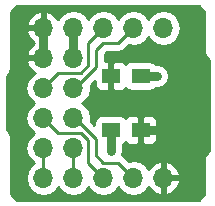
<source format=gbl>
G04 #@! TF.FileFunction,Copper,L2,Bot,Signal*
%FSLAX46Y46*%
G04 Gerber Fmt 4.6, Leading zero omitted, Abs format (unit mm)*
G04 Created by KiCad (PCBNEW 4.0.7) date 2018 April 02, Monday 17:07:15*
%MOMM*%
%LPD*%
G01*
G04 APERTURE LIST*
%ADD10C,0.100000*%
%ADD11O,1.700000X1.700000*%
%ADD12R,1.500000X1.250000*%
%ADD13C,0.600000*%
%ADD14C,0.750000*%
%ADD15C,0.250000*%
%ADD16C,0.400000*%
%ADD17C,0.254000*%
G04 APERTURE END LIST*
D10*
D11*
X143764000Y-91059000D03*
X141224000Y-91059000D03*
X143764000Y-93599000D03*
X141224000Y-93599000D03*
X143764000Y-96139000D03*
X141224000Y-96139000D03*
X143764000Y-98679000D03*
X141224000Y-98679000D03*
X141224000Y-101219000D03*
X143764000Y-101219000D03*
X146304000Y-101219000D03*
X148844000Y-101219000D03*
X151384000Y-101219000D03*
X141224000Y-88519000D03*
X143764000Y-88519000D03*
X146304000Y-88519000D03*
X148844000Y-88519000D03*
X151384000Y-88519000D03*
D12*
X146959000Y-97155000D03*
X149459000Y-97155000D03*
X149459000Y-92583000D03*
X146959000Y-92583000D03*
D13*
X150876000Y-92583000D03*
X148463000Y-90297000D03*
X148971000Y-90805000D03*
X149479000Y-90297000D03*
X149987000Y-90805000D03*
X150495000Y-90297000D03*
X151003000Y-90805000D03*
X151511000Y-90297000D03*
X152019000Y-90805000D03*
X146939000Y-90932000D03*
X148463000Y-99441000D03*
X148971000Y-98933000D03*
X149479000Y-99441000D03*
X149987000Y-98933000D03*
X150495000Y-99441000D03*
X151003000Y-98933000D03*
X151511000Y-99441000D03*
X152019000Y-98933000D03*
X150876000Y-97155000D03*
X146939000Y-98933000D03*
D14*
X150876000Y-92583000D02*
X150094000Y-92583000D01*
D15*
X148463000Y-90297000D02*
X148971000Y-90805000D01*
X149479000Y-90297000D02*
X149987000Y-90805000D01*
X150495000Y-90297000D02*
X151003000Y-90805000D01*
X152019000Y-90805000D02*
X151511000Y-90297000D01*
D16*
X146959000Y-90952000D02*
X146939000Y-90932000D01*
X146959000Y-90952000D02*
X146959000Y-92583000D01*
D14*
X141224000Y-91059000D02*
X141224000Y-88519000D01*
D15*
X148971000Y-98933000D02*
X148463000Y-99441000D01*
X149987000Y-98933000D02*
X149479000Y-99441000D01*
X151003000Y-98933000D02*
X150495000Y-99441000D01*
X152019000Y-98933000D02*
X151511000Y-99441000D01*
D14*
X149459000Y-97155000D02*
X150876000Y-97155000D01*
X143764000Y-91059000D02*
X143764000Y-88519000D01*
X146959000Y-98913000D02*
X146959000Y-97155000D01*
X146939000Y-98933000D02*
X146959000Y-98913000D01*
D15*
X141224000Y-93599000D02*
X142494000Y-92329000D01*
X142494000Y-92329000D02*
X144399000Y-92329000D01*
X144399000Y-92329000D02*
X145034000Y-91694000D01*
X145034000Y-89789000D02*
X146304000Y-88519000D01*
X145034000Y-91694000D02*
X145034000Y-89789000D01*
X147574000Y-89789000D02*
X148844000Y-88519000D01*
X146304000Y-89789000D02*
X147574000Y-89789000D01*
X143764000Y-93599000D02*
X143891000Y-93599000D01*
X143891000Y-93599000D02*
X145669000Y-91821000D01*
X145669000Y-91821000D02*
X145669000Y-91440000D01*
X145669000Y-91440000D02*
X145669000Y-90424000D01*
X145669000Y-90424000D02*
X146304000Y-89789000D01*
X142494000Y-97409000D02*
X141224000Y-96139000D01*
X144399000Y-97409000D02*
X142494000Y-97409000D01*
X145034000Y-98044000D02*
X144399000Y-97409000D01*
X145034000Y-99949000D02*
X145034000Y-98044000D01*
X146304000Y-101219000D02*
X145034000Y-99949000D01*
X147574000Y-99949000D02*
X148844000Y-101219000D01*
X146304000Y-99949000D02*
X147574000Y-99949000D01*
X145669000Y-99314000D02*
X146304000Y-99949000D01*
X145669000Y-97917000D02*
X145669000Y-99314000D01*
X143764000Y-96139000D02*
X143891000Y-96139000D01*
X143891000Y-96139000D02*
X145669000Y-97917000D01*
X141224000Y-101219000D02*
X141224000Y-98679000D01*
X143764000Y-101219000D02*
X143764000Y-98679000D01*
D17*
G36*
X154865000Y-87162092D02*
X154865000Y-90551000D01*
X154919046Y-90822705D01*
X155072954Y-91053046D01*
X155246000Y-91226092D01*
X155246000Y-98892908D01*
X155072954Y-99065954D01*
X154919046Y-99296295D01*
X154865000Y-99568000D01*
X154865000Y-102575908D01*
X154391908Y-103049000D01*
X138978092Y-103049000D01*
X138505000Y-102575908D01*
X138505000Y-97790000D01*
X138450954Y-97518295D01*
X138297046Y-97287954D01*
X138124000Y-97114908D01*
X138124000Y-93599000D01*
X139709907Y-93599000D01*
X139822946Y-94167285D01*
X140144853Y-94649054D01*
X140474026Y-94869000D01*
X140144853Y-95088946D01*
X139822946Y-95570715D01*
X139709907Y-96139000D01*
X139822946Y-96707285D01*
X140144853Y-97189054D01*
X140474026Y-97409000D01*
X140144853Y-97628946D01*
X139822946Y-98110715D01*
X139709907Y-98679000D01*
X139822946Y-99247285D01*
X140144853Y-99729054D01*
X140464000Y-99942301D01*
X140464000Y-99946046D01*
X140173946Y-100139853D01*
X139852039Y-100621622D01*
X139739000Y-101189907D01*
X139739000Y-101248093D01*
X139852039Y-101816378D01*
X140173946Y-102298147D01*
X140655715Y-102620054D01*
X141224000Y-102733093D01*
X141792285Y-102620054D01*
X142274054Y-102298147D01*
X142494000Y-101968974D01*
X142713946Y-102298147D01*
X143195715Y-102620054D01*
X143764000Y-102733093D01*
X144332285Y-102620054D01*
X144814054Y-102298147D01*
X145034000Y-101968974D01*
X145253946Y-102298147D01*
X145735715Y-102620054D01*
X146304000Y-102733093D01*
X146872285Y-102620054D01*
X147354054Y-102298147D01*
X147574000Y-101968974D01*
X147793946Y-102298147D01*
X148275715Y-102620054D01*
X148844000Y-102733093D01*
X149412285Y-102620054D01*
X149894054Y-102298147D01*
X150121702Y-101957447D01*
X150188817Y-102100358D01*
X150617076Y-102490645D01*
X151027110Y-102660476D01*
X151257000Y-102539155D01*
X151257000Y-101346000D01*
X151511000Y-101346000D01*
X151511000Y-102539155D01*
X151740890Y-102660476D01*
X152150924Y-102490645D01*
X152579183Y-102100358D01*
X152825486Y-101575892D01*
X152704819Y-101346000D01*
X151511000Y-101346000D01*
X151257000Y-101346000D01*
X151237000Y-101346000D01*
X151237000Y-101092000D01*
X151257000Y-101092000D01*
X151257000Y-99898845D01*
X151511000Y-99898845D01*
X151511000Y-101092000D01*
X152704819Y-101092000D01*
X152825486Y-100862108D01*
X152579183Y-100337642D01*
X152150924Y-99947355D01*
X151740890Y-99777524D01*
X151511000Y-99898845D01*
X151257000Y-99898845D01*
X151027110Y-99777524D01*
X150617076Y-99947355D01*
X150188817Y-100337642D01*
X150121702Y-100480553D01*
X149894054Y-100139853D01*
X149412285Y-99817946D01*
X148844000Y-99704907D01*
X148477592Y-99777790D01*
X148111401Y-99411599D01*
X147898163Y-99269119D01*
X147969000Y-98913000D01*
X147969000Y-98367279D01*
X148160441Y-98244090D01*
X148206969Y-98175994D01*
X148349302Y-98318327D01*
X148582691Y-98415000D01*
X149173250Y-98415000D01*
X149332000Y-98256250D01*
X149332000Y-97282000D01*
X149586000Y-97282000D01*
X149586000Y-98256250D01*
X149744750Y-98415000D01*
X150335309Y-98415000D01*
X150568698Y-98318327D01*
X150747327Y-98139699D01*
X150844000Y-97906310D01*
X150844000Y-97440750D01*
X150685250Y-97282000D01*
X149586000Y-97282000D01*
X149332000Y-97282000D01*
X149312000Y-97282000D01*
X149312000Y-97028000D01*
X149332000Y-97028000D01*
X149332000Y-96053750D01*
X149586000Y-96053750D01*
X149586000Y-97028000D01*
X150685250Y-97028000D01*
X150844000Y-96869250D01*
X150844000Y-96403690D01*
X150747327Y-96170301D01*
X150568698Y-95991673D01*
X150335309Y-95895000D01*
X149744750Y-95895000D01*
X149586000Y-96053750D01*
X149332000Y-96053750D01*
X149173250Y-95895000D01*
X148582691Y-95895000D01*
X148349302Y-95991673D01*
X148208064Y-96132910D01*
X148173090Y-96078559D01*
X147960890Y-95933569D01*
X147709000Y-95882560D01*
X146209000Y-95882560D01*
X145973683Y-95926838D01*
X145757559Y-96065910D01*
X145612569Y-96278110D01*
X145561560Y-96530000D01*
X145561560Y-96734758D01*
X145226281Y-96399479D01*
X145278093Y-96139000D01*
X145165054Y-95570715D01*
X144843147Y-95088946D01*
X144513974Y-94869000D01*
X144843147Y-94649054D01*
X145165054Y-94167285D01*
X145278093Y-93599000D01*
X145226281Y-93338521D01*
X145574000Y-92990802D01*
X145574000Y-93334310D01*
X145670673Y-93567699D01*
X145849302Y-93746327D01*
X146082691Y-93843000D01*
X146673250Y-93843000D01*
X146832000Y-93684250D01*
X146832000Y-92710000D01*
X146812000Y-92710000D01*
X146812000Y-92456000D01*
X146832000Y-92456000D01*
X146832000Y-91481750D01*
X147086000Y-91481750D01*
X147086000Y-92456000D01*
X147106000Y-92456000D01*
X147106000Y-92710000D01*
X147086000Y-92710000D01*
X147086000Y-93684250D01*
X147244750Y-93843000D01*
X147835309Y-93843000D01*
X148068698Y-93746327D01*
X148209936Y-93605090D01*
X148244910Y-93659441D01*
X148457110Y-93804431D01*
X148709000Y-93855440D01*
X150209000Y-93855440D01*
X150444317Y-93811162D01*
X150660441Y-93672090D01*
X150714481Y-93593000D01*
X150876000Y-93593000D01*
X151262510Y-93516118D01*
X151590178Y-93297178D01*
X151809118Y-92969510D01*
X151886000Y-92583000D01*
X151809118Y-92196490D01*
X151590178Y-91868822D01*
X151262510Y-91649882D01*
X150876000Y-91573000D01*
X150715844Y-91573000D01*
X150673090Y-91506559D01*
X150460890Y-91361569D01*
X150209000Y-91310560D01*
X148709000Y-91310560D01*
X148473683Y-91354838D01*
X148257559Y-91493910D01*
X148211031Y-91562006D01*
X148068698Y-91419673D01*
X147835309Y-91323000D01*
X147244750Y-91323000D01*
X147086000Y-91481750D01*
X146832000Y-91481750D01*
X146673250Y-91323000D01*
X146429000Y-91323000D01*
X146429000Y-90738802D01*
X146618802Y-90549000D01*
X147574000Y-90549000D01*
X147864839Y-90491148D01*
X148111401Y-90326401D01*
X148477592Y-89960210D01*
X148844000Y-90033093D01*
X149412285Y-89920054D01*
X149894054Y-89598147D01*
X150114000Y-89268974D01*
X150333946Y-89598147D01*
X150815715Y-89920054D01*
X151384000Y-90033093D01*
X151952285Y-89920054D01*
X152434054Y-89598147D01*
X152755961Y-89116378D01*
X152869000Y-88548093D01*
X152869000Y-88489907D01*
X152755961Y-87921622D01*
X152434054Y-87439853D01*
X151952285Y-87117946D01*
X151384000Y-87004907D01*
X150815715Y-87117946D01*
X150333946Y-87439853D01*
X150114000Y-87769026D01*
X149894054Y-87439853D01*
X149412285Y-87117946D01*
X148844000Y-87004907D01*
X148275715Y-87117946D01*
X147793946Y-87439853D01*
X147574000Y-87769026D01*
X147354054Y-87439853D01*
X146872285Y-87117946D01*
X146304000Y-87004907D01*
X145735715Y-87117946D01*
X145253946Y-87439853D01*
X145034000Y-87769026D01*
X144814054Y-87439853D01*
X144332285Y-87117946D01*
X143764000Y-87004907D01*
X143195715Y-87117946D01*
X142713946Y-87439853D01*
X142486298Y-87780553D01*
X142419183Y-87637642D01*
X141990924Y-87247355D01*
X141580890Y-87077524D01*
X141351000Y-87198845D01*
X141351000Y-88392000D01*
X141371000Y-88392000D01*
X141371000Y-88646000D01*
X141351000Y-88646000D01*
X141351000Y-90932000D01*
X141371000Y-90932000D01*
X141371000Y-91186000D01*
X141351000Y-91186000D01*
X141351000Y-91206000D01*
X141097000Y-91206000D01*
X141097000Y-91186000D01*
X139903845Y-91186000D01*
X139782524Y-91415890D01*
X139952355Y-91825924D01*
X140342642Y-92254183D01*
X140485553Y-92321298D01*
X140144853Y-92548946D01*
X139822946Y-93030715D01*
X139709907Y-93599000D01*
X138124000Y-93599000D01*
X138124000Y-92623092D01*
X138297046Y-92450046D01*
X138450954Y-92219705D01*
X138505000Y-91948000D01*
X138505000Y-88875892D01*
X139782514Y-88875892D01*
X140028817Y-89400358D01*
X140457076Y-89790645D01*
X140479061Y-89799751D01*
X140342642Y-89863817D01*
X139952355Y-90292076D01*
X139782524Y-90702110D01*
X139903845Y-90932000D01*
X141097000Y-90932000D01*
X141097000Y-88646000D01*
X139903181Y-88646000D01*
X139782514Y-88875892D01*
X138505000Y-88875892D01*
X138505000Y-88162108D01*
X139782514Y-88162108D01*
X139903181Y-88392000D01*
X141097000Y-88392000D01*
X141097000Y-87198845D01*
X140867110Y-87077524D01*
X140457076Y-87247355D01*
X140028817Y-87637642D01*
X139782514Y-88162108D01*
X138505000Y-88162108D01*
X138505000Y-87162092D01*
X138978092Y-86689000D01*
X154391908Y-86689000D01*
X154865000Y-87162092D01*
X154865000Y-87162092D01*
G37*
X154865000Y-87162092D02*
X154865000Y-90551000D01*
X154919046Y-90822705D01*
X155072954Y-91053046D01*
X155246000Y-91226092D01*
X155246000Y-98892908D01*
X155072954Y-99065954D01*
X154919046Y-99296295D01*
X154865000Y-99568000D01*
X154865000Y-102575908D01*
X154391908Y-103049000D01*
X138978092Y-103049000D01*
X138505000Y-102575908D01*
X138505000Y-97790000D01*
X138450954Y-97518295D01*
X138297046Y-97287954D01*
X138124000Y-97114908D01*
X138124000Y-93599000D01*
X139709907Y-93599000D01*
X139822946Y-94167285D01*
X140144853Y-94649054D01*
X140474026Y-94869000D01*
X140144853Y-95088946D01*
X139822946Y-95570715D01*
X139709907Y-96139000D01*
X139822946Y-96707285D01*
X140144853Y-97189054D01*
X140474026Y-97409000D01*
X140144853Y-97628946D01*
X139822946Y-98110715D01*
X139709907Y-98679000D01*
X139822946Y-99247285D01*
X140144853Y-99729054D01*
X140464000Y-99942301D01*
X140464000Y-99946046D01*
X140173946Y-100139853D01*
X139852039Y-100621622D01*
X139739000Y-101189907D01*
X139739000Y-101248093D01*
X139852039Y-101816378D01*
X140173946Y-102298147D01*
X140655715Y-102620054D01*
X141224000Y-102733093D01*
X141792285Y-102620054D01*
X142274054Y-102298147D01*
X142494000Y-101968974D01*
X142713946Y-102298147D01*
X143195715Y-102620054D01*
X143764000Y-102733093D01*
X144332285Y-102620054D01*
X144814054Y-102298147D01*
X145034000Y-101968974D01*
X145253946Y-102298147D01*
X145735715Y-102620054D01*
X146304000Y-102733093D01*
X146872285Y-102620054D01*
X147354054Y-102298147D01*
X147574000Y-101968974D01*
X147793946Y-102298147D01*
X148275715Y-102620054D01*
X148844000Y-102733093D01*
X149412285Y-102620054D01*
X149894054Y-102298147D01*
X150121702Y-101957447D01*
X150188817Y-102100358D01*
X150617076Y-102490645D01*
X151027110Y-102660476D01*
X151257000Y-102539155D01*
X151257000Y-101346000D01*
X151511000Y-101346000D01*
X151511000Y-102539155D01*
X151740890Y-102660476D01*
X152150924Y-102490645D01*
X152579183Y-102100358D01*
X152825486Y-101575892D01*
X152704819Y-101346000D01*
X151511000Y-101346000D01*
X151257000Y-101346000D01*
X151237000Y-101346000D01*
X151237000Y-101092000D01*
X151257000Y-101092000D01*
X151257000Y-99898845D01*
X151511000Y-99898845D01*
X151511000Y-101092000D01*
X152704819Y-101092000D01*
X152825486Y-100862108D01*
X152579183Y-100337642D01*
X152150924Y-99947355D01*
X151740890Y-99777524D01*
X151511000Y-99898845D01*
X151257000Y-99898845D01*
X151027110Y-99777524D01*
X150617076Y-99947355D01*
X150188817Y-100337642D01*
X150121702Y-100480553D01*
X149894054Y-100139853D01*
X149412285Y-99817946D01*
X148844000Y-99704907D01*
X148477592Y-99777790D01*
X148111401Y-99411599D01*
X147898163Y-99269119D01*
X147969000Y-98913000D01*
X147969000Y-98367279D01*
X148160441Y-98244090D01*
X148206969Y-98175994D01*
X148349302Y-98318327D01*
X148582691Y-98415000D01*
X149173250Y-98415000D01*
X149332000Y-98256250D01*
X149332000Y-97282000D01*
X149586000Y-97282000D01*
X149586000Y-98256250D01*
X149744750Y-98415000D01*
X150335309Y-98415000D01*
X150568698Y-98318327D01*
X150747327Y-98139699D01*
X150844000Y-97906310D01*
X150844000Y-97440750D01*
X150685250Y-97282000D01*
X149586000Y-97282000D01*
X149332000Y-97282000D01*
X149312000Y-97282000D01*
X149312000Y-97028000D01*
X149332000Y-97028000D01*
X149332000Y-96053750D01*
X149586000Y-96053750D01*
X149586000Y-97028000D01*
X150685250Y-97028000D01*
X150844000Y-96869250D01*
X150844000Y-96403690D01*
X150747327Y-96170301D01*
X150568698Y-95991673D01*
X150335309Y-95895000D01*
X149744750Y-95895000D01*
X149586000Y-96053750D01*
X149332000Y-96053750D01*
X149173250Y-95895000D01*
X148582691Y-95895000D01*
X148349302Y-95991673D01*
X148208064Y-96132910D01*
X148173090Y-96078559D01*
X147960890Y-95933569D01*
X147709000Y-95882560D01*
X146209000Y-95882560D01*
X145973683Y-95926838D01*
X145757559Y-96065910D01*
X145612569Y-96278110D01*
X145561560Y-96530000D01*
X145561560Y-96734758D01*
X145226281Y-96399479D01*
X145278093Y-96139000D01*
X145165054Y-95570715D01*
X144843147Y-95088946D01*
X144513974Y-94869000D01*
X144843147Y-94649054D01*
X145165054Y-94167285D01*
X145278093Y-93599000D01*
X145226281Y-93338521D01*
X145574000Y-92990802D01*
X145574000Y-93334310D01*
X145670673Y-93567699D01*
X145849302Y-93746327D01*
X146082691Y-93843000D01*
X146673250Y-93843000D01*
X146832000Y-93684250D01*
X146832000Y-92710000D01*
X146812000Y-92710000D01*
X146812000Y-92456000D01*
X146832000Y-92456000D01*
X146832000Y-91481750D01*
X147086000Y-91481750D01*
X147086000Y-92456000D01*
X147106000Y-92456000D01*
X147106000Y-92710000D01*
X147086000Y-92710000D01*
X147086000Y-93684250D01*
X147244750Y-93843000D01*
X147835309Y-93843000D01*
X148068698Y-93746327D01*
X148209936Y-93605090D01*
X148244910Y-93659441D01*
X148457110Y-93804431D01*
X148709000Y-93855440D01*
X150209000Y-93855440D01*
X150444317Y-93811162D01*
X150660441Y-93672090D01*
X150714481Y-93593000D01*
X150876000Y-93593000D01*
X151262510Y-93516118D01*
X151590178Y-93297178D01*
X151809118Y-92969510D01*
X151886000Y-92583000D01*
X151809118Y-92196490D01*
X151590178Y-91868822D01*
X151262510Y-91649882D01*
X150876000Y-91573000D01*
X150715844Y-91573000D01*
X150673090Y-91506559D01*
X150460890Y-91361569D01*
X150209000Y-91310560D01*
X148709000Y-91310560D01*
X148473683Y-91354838D01*
X148257559Y-91493910D01*
X148211031Y-91562006D01*
X148068698Y-91419673D01*
X147835309Y-91323000D01*
X147244750Y-91323000D01*
X147086000Y-91481750D01*
X146832000Y-91481750D01*
X146673250Y-91323000D01*
X146429000Y-91323000D01*
X146429000Y-90738802D01*
X146618802Y-90549000D01*
X147574000Y-90549000D01*
X147864839Y-90491148D01*
X148111401Y-90326401D01*
X148477592Y-89960210D01*
X148844000Y-90033093D01*
X149412285Y-89920054D01*
X149894054Y-89598147D01*
X150114000Y-89268974D01*
X150333946Y-89598147D01*
X150815715Y-89920054D01*
X151384000Y-90033093D01*
X151952285Y-89920054D01*
X152434054Y-89598147D01*
X152755961Y-89116378D01*
X152869000Y-88548093D01*
X152869000Y-88489907D01*
X152755961Y-87921622D01*
X152434054Y-87439853D01*
X151952285Y-87117946D01*
X151384000Y-87004907D01*
X150815715Y-87117946D01*
X150333946Y-87439853D01*
X150114000Y-87769026D01*
X149894054Y-87439853D01*
X149412285Y-87117946D01*
X148844000Y-87004907D01*
X148275715Y-87117946D01*
X147793946Y-87439853D01*
X147574000Y-87769026D01*
X147354054Y-87439853D01*
X146872285Y-87117946D01*
X146304000Y-87004907D01*
X145735715Y-87117946D01*
X145253946Y-87439853D01*
X145034000Y-87769026D01*
X144814054Y-87439853D01*
X144332285Y-87117946D01*
X143764000Y-87004907D01*
X143195715Y-87117946D01*
X142713946Y-87439853D01*
X142486298Y-87780553D01*
X142419183Y-87637642D01*
X141990924Y-87247355D01*
X141580890Y-87077524D01*
X141351000Y-87198845D01*
X141351000Y-88392000D01*
X141371000Y-88392000D01*
X141371000Y-88646000D01*
X141351000Y-88646000D01*
X141351000Y-90932000D01*
X141371000Y-90932000D01*
X141371000Y-91186000D01*
X141351000Y-91186000D01*
X141351000Y-91206000D01*
X141097000Y-91206000D01*
X141097000Y-91186000D01*
X139903845Y-91186000D01*
X139782524Y-91415890D01*
X139952355Y-91825924D01*
X140342642Y-92254183D01*
X140485553Y-92321298D01*
X140144853Y-92548946D01*
X139822946Y-93030715D01*
X139709907Y-93599000D01*
X138124000Y-93599000D01*
X138124000Y-92623092D01*
X138297046Y-92450046D01*
X138450954Y-92219705D01*
X138505000Y-91948000D01*
X138505000Y-88875892D01*
X139782514Y-88875892D01*
X140028817Y-89400358D01*
X140457076Y-89790645D01*
X140479061Y-89799751D01*
X140342642Y-89863817D01*
X139952355Y-90292076D01*
X139782524Y-90702110D01*
X139903845Y-90932000D01*
X141097000Y-90932000D01*
X141097000Y-88646000D01*
X139903181Y-88646000D01*
X139782514Y-88875892D01*
X138505000Y-88875892D01*
X138505000Y-88162108D01*
X139782514Y-88162108D01*
X139903181Y-88392000D01*
X141097000Y-88392000D01*
X141097000Y-87198845D01*
X140867110Y-87077524D01*
X140457076Y-87247355D01*
X140028817Y-87637642D01*
X139782514Y-88162108D01*
X138505000Y-88162108D01*
X138505000Y-87162092D01*
X138978092Y-86689000D01*
X154391908Y-86689000D01*
X154865000Y-87162092D01*
M02*

</source>
